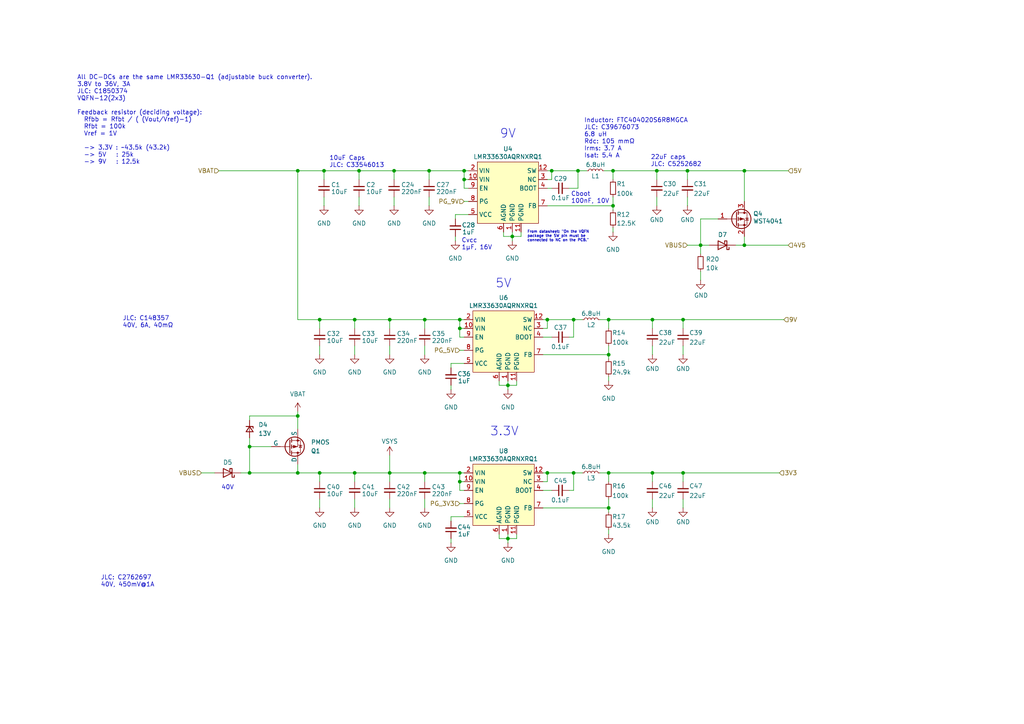
<source format=kicad_sch>
(kicad_sch (version 20231120) (generator "eeschema") (generator_version "8.0")
  (paper "A4")
  (lib_symbols
    (symbol "Device:C_Small" (pin_numbers hide) (pin_names (offset 0.254) hide)
      (property "Reference" "C" (at 0.254 1.778 0))
      (property "Value" "C_Small" (at 0.254 -2.032 0))
      (symbol "C_Small_0_1"
        (polyline (pts (xy -1.524 -0.508) (xy 1.524 -0.508)) (stroke (width 0.3302)))
        (polyline (pts (xy -1.524 0.508) (xy 1.524 0.508)) (stroke (width 0.3048)))
      )
      (symbol "C_Small_1_1"
        (pin passive line (at 0 2.54 270) (length 2.032) (name "~") (number "1"))
        (pin passive line (at 0 -2.54 90) (length 2.032) (name "~") (number "2"))
      )
    )
    (symbol "Device:D_Schottky" (pin_numbers hide) (pin_names (offset 1.016) hide)
      (property "Reference" "D" (at 0 2.54 0))
      (property "Value" "D_Schottky" (at 0 -2.54 0))
      (symbol "D_Schottky_0_1"
        (polyline (pts (xy 1.27 0) (xy -1.27 0)))
        (polyline (pts (xy 1.27 1.27) (xy 1.27 -1.27) (xy -1.27 0) (xy 1.27 1.27)) (stroke (width 0.254)))
        (polyline (pts (xy -1.905 0.635) (xy -1.905 1.27) (xy -1.27 1.27) (xy -1.27 -1.27) (xy -0.635 -1.27) (xy -0.635 -0.635)) (stroke (width 0.254)))
      )
      (symbol "D_Schottky_1_1"
        (pin passive line (at -3.81 0 0) (length 2.54) (name "K") (number "1"))
        (pin passive line (at 3.81 0 180) (length 2.54) (name "A") (number "2"))
      )
    )
    (symbol "Device:D_Zener_Small" (pin_numbers hide) (pin_names (offset 0.254) hide)
      (property "Reference" "D" (at 0 2.286 0))
      (property "Value" "D_Zener_Small" (at 0 -2.286 0))
      (symbol "D_Zener_Small_0_1"
        (polyline (pts (xy 0.762 0) (xy -0.762 0)))
        (polyline (pts (xy -0.254 1.016) (xy -0.762 1.016) (xy -0.762 -1.016)) (stroke (width 0.254)))
        (polyline (pts (xy 0.762 1.016) (xy -0.762 0) (xy 0.762 -1.016) (xy 0.762 1.016)) (stroke (width 0.254)))
      )
      (symbol "D_Zener_Small_1_1"
        (pin passive line (at -2.54 0 0) (length 1.778) (name "K") (number "1"))
        (pin passive line (at 2.54 0 180) (length 1.778) (name "A") (number "2"))
      )
    )
    (symbol "Device:L_Small" (pin_numbers hide) (pin_names (offset 0.254) hide)
      (property "Reference" "L" (at 0.762 1.016 0))
      (property "Value" "L_Small" (at 0.762 -1.016 0))
      (symbol "L_Small_0_1"
        (arc (start 0 -2.032) (mid 0.5058 -1.524) (end 0 -1.016))
        (arc (start 0 -1.016) (mid 0.5058 -0.508) (end 0 0))
        (arc (start 0 0) (mid 0.5058 0.508) (end 0 1.016))
        (arc (start 0 1.016) (mid 0.5058 1.524) (end 0 2.032))
      )
      (symbol "L_Small_1_1"
        (pin passive line (at 0 2.54 270) (length 0.508) (name "~") (number "1"))
        (pin passive line (at 0 -2.54 90) (length 0.508) (name "~") (number "2"))
      )
    )
    (symbol "Device:Q_PMOS_GSD" (pin_names (offset 0) hide)
      (property "Reference" "Q" (at 5.08 1.27 0))
      (property "Value" "Q_PMOS_GSD" (at 5.08 -1.27 0))
      (symbol "Q_PMOS_GSD_0_1"
        (polyline (pts (xy 0.254 0) (xy -2.54 0)))
        (polyline (pts (xy 0.254 1.905) (xy 0.254 -1.905)) (stroke (width 0.254)))
        (polyline (pts (xy 0.762 -1.27) (xy 0.762 -2.286)) (stroke (width 0.254)))
        (polyline (pts (xy 0.762 0.508) (xy 0.762 -0.508)) (stroke (width 0.254)))
        (polyline (pts (xy 0.762 2.286) (xy 0.762 1.27)) (stroke (width 0.254)))
        (polyline (pts (xy 2.54 2.54) (xy 2.54 1.778)))
        (polyline (pts (xy 2.54 -2.54) (xy 2.54 0) (xy 0.762 0)))
        (polyline (pts (xy 0.762 1.778) (xy 3.302 1.778) (xy 3.302 -1.778) (xy 0.762 -1.778)))
        (polyline (pts (xy 2.286 0) (xy 1.27 0.381) (xy 1.27 -0.381) (xy 2.286 0)) (fill (type outline)))
        (polyline (pts (xy 2.794 -0.508) (xy 2.921 -0.381) (xy 3.683 -0.381) (xy 3.81 -0.254)))
        (polyline (pts (xy 3.302 -0.381) (xy 2.921 0.254) (xy 3.683 0.254) (xy 3.302 -0.381)))
        (circle (center 1.651 0) (radius 2.794) (stroke (width 0.254)))
        (circle (center 2.54 -1.778) (radius 0.254) (fill (type outline)))
        (circle (center 2.54 1.778) (radius 0.254) (fill (type outline)))
      )
      (symbol "Q_PMOS_GSD_1_1"
        (pin input line (at -5.08 0 0) (length 2.54) (name "G") (number "1"))
        (pin passive line (at 2.54 -5.08 90) (length 2.54) (name "S") (number "2"))
        (pin passive line (at 2.54 5.08 270) (length 2.54) (name "D") (number "3"))
      )
    )
    (symbol "Device:R_Small" (pin_numbers hide) (pin_names (offset 0.254) hide)
      (property "Reference" "R" (at 0.762 0.508 0))
      (property "Value" "R_Small" (at 0.762 -1.016 0))
      (symbol "R_Small_0_1"
        (rectangle (start -0.762 1.778) (end 0.762 -1.778) (stroke (width 0.2032)))
      )
      (symbol "R_Small_1_1"
        (pin passive line (at 0 2.54 270) (length 0.762) (name "~") (number "1"))
        (pin passive line (at 0 -2.54 90) (length 0.762) (name "~") (number "2"))
      )
    )
    (symbol "Simulation_SPICE:PMOS" (pin_numbers hide) (pin_names (offset 0))
      (property "Reference" "Q" (at 5.08 1.27 0))
      (property "Value" "PMOS" (at 5.08 -1.27 0))
      (symbol "PMOS_0_1"
        (polyline (pts (xy 0.254 0) (xy -2.54 0)))
        (polyline (pts (xy 0.254 1.905) (xy 0.254 -1.905)) (stroke (width 0.254)))
        (polyline (pts (xy 0.762 -1.27) (xy 0.762 -2.286)) (stroke (width 0.254)))
        (polyline (pts (xy 0.762 0.508) (xy 0.762 -0.508)) (stroke (width 0.254)))
        (polyline (pts (xy 0.762 2.286) (xy 0.762 1.27)) (stroke (width 0.254)))
        (polyline (pts (xy 2.54 2.54) (xy 2.54 1.778)))
        (polyline (pts (xy 2.54 -2.54) (xy 2.54 0) (xy 0.762 0)))
        (polyline (pts (xy 0.762 1.778) (xy 3.302 1.778) (xy 3.302 -1.778) (xy 0.762 -1.778)))
        (polyline (pts (xy 2.286 0) (xy 1.27 0.381) (xy 1.27 -0.381) (xy 2.286 0)) (fill (type outline)))
        (polyline (pts (xy 2.794 -0.508) (xy 2.921 -0.381) (xy 3.683 -0.381) (xy 3.81 -0.254)))
        (polyline (pts (xy 3.302 -0.381) (xy 2.921 0.254) (xy 3.683 0.254) (xy 3.302 -0.381)))
        (circle (center 1.651 0) (radius 2.794) (stroke (width 0.254)))
        (circle (center 2.54 -1.778) (radius 0.254) (fill (type outline)))
        (circle (center 2.54 1.778) (radius 0.254) (fill (type outline)))
      )
      (symbol "PMOS_1_1"
        (pin passive line (at 2.54 5.08 270) (length 2.54) (name "D") (number "1"))
        (pin input line (at -5.08 0 0) (length 2.54) (name "G") (number "2"))
        (pin passive line (at 2.54 -5.08 90) (length 2.54) (name "S") (number "3"))
      )
    )
    (symbol "custom:VBAT" (power) (pin_numbers hide) (pin_names (offset 0) hide)
      (property "Value" "VBAT" (at 0 3.556 0))
      (symbol "VBAT_0_1"
        (polyline (pts (xy -0.762 1.27) (xy 0 2.54)))
        (polyline (pts (xy 0 0) (xy 0 2.54)))
        (polyline (pts (xy 0 2.54) (xy 0.762 1.27)))
      )
      (symbol "VBAT_1_1"
        (pin power_in line (at 0 0 90) (length 0) (name "~") (number "1"))
      )
    )
    (symbol "custom:VSYS" (power) (pin_numbers hide) (pin_names (offset 0) hide)
      (property "Value" "VSYS" (at 0 3.556 0))
      (symbol "VSYS_0_1"
        (polyline (pts (xy -0.762 1.27) (xy 0 2.54)))
        (polyline (pts (xy 0 0) (xy 0 2.54)))
        (polyline (pts (xy 0 2.54) (xy 0.762 1.27)))
      )
      (symbol "VSYS_1_1"
        (pin power_in line (at 0 0 90) (length 0) (name "~") (number "1"))
      )
    )
    (symbol "easyeda2kicad:LMR33630AQRNXRQ1"
      (property "Reference" "U" (at 0 13.208 0))
      (property "Value" "LMR33630AQRNXRQ1" (at -0.762 11.176 0))
      (symbol "LMR33630AQRNXRQ1_0_1"
        (rectangle (start -10.16 10.16) (end 7.62 -7.62) (fill (type background)))
        (pin unspecified line (at 0 -10.16 90) (length 2.54) (name "PGND") (number "1"))
        (pin unspecified line (at -12.7 5.08 0) (length 2.54) (name "VIN") (number "10"))
        (pin unspecified line (at 2.54 -10.16 90) (length 2.54) (name "PGND") (number "11"))
        (pin unspecified line (at 10.16 7.62 180) (length 2.54) (name "SW") (number "12"))
        (pin unspecified line (at -12.7 7.62 0) (length 2.54) (name "VIN") (number "2"))
        (pin unspecified line (at 10.16 5.08 180) (length 2.54) (name "NC") (number "3"))
        (pin unspecified line (at 10.16 2.54 180) (length 2.54) (name "BOOT") (number "4"))
        (pin unspecified line (at -12.7 -5.08 0) (length 2.54) (name "VCC") (number "5"))
        (pin unspecified line (at -2.54 -10.16 90) (length 2.54) (name "AGND") (number "6"))
        (pin unspecified line (at 10.16 -2.54 180) (length 2.54) (name "FB") (number "7"))
        (pin unspecified line (at -12.7 -1.27 0) (length 2.54) (name "PG") (number "8"))
        (pin unspecified line (at -12.7 2.54 0) (length 2.54) (name "EN") (number "9"))
      )
    )
    (symbol "power:GND" (power) (pin_numbers hide) (pin_names (offset 0) hide)
      (property "Value" "GND" (at 0 -3.81 0))
      (symbol "GND_0_1"
        (polyline (pts (xy 0 0) (xy 0 -1.27) (xy 1.27 -1.27) (xy 0 -2.54) (xy -1.27 -1.27) (xy 0 -1.27)))
      )
      (symbol "GND_1_1"
        (pin power_in line (at 0 0 270) (length 0) (name "~") (number "1"))
      )
    )
  )
  (junction (at 147.32 156.21))
  (junction (at 176.53 92.71))
  (junction (at 189.23 92.71))
  (junction (at 86.36 120.65))
  (junction (at 215.9 49.53))
  (junction (at 72.39 137.16))
  (junction (at 92.71 137.16))
  (junction (at 167.64 49.53))
  (junction (at 198.12 92.71))
  (junction (at 176.53 137.16))
  (junction (at 176.53 147.32))
  (junction (at 198.12 137.16))
  (junction (at 176.53 102.87))
  (junction (at 133.35 139.7))
  (junction (at 102.87 137.16))
  (junction (at 113.03 92.71))
  (junction (at 93.98 49.53))
  (junction (at 86.36 49.53))
  (junction (at 102.87 92.71))
  (junction (at 133.35 95.25))
  (junction (at 133.35 92.71))
  (junction (at 134.62 52.07))
  (junction (at 189.23 137.16))
  (junction (at 123.19 92.71))
  (junction (at 160.02 49.53))
  (junction (at 215.9 71.12))
  (junction (at 190.5 49.53))
  (junction (at 123.19 137.16))
  (junction (at 92.71 92.71))
  (junction (at 166.37 137.16))
  (junction (at 104.14 49.53))
  (junction (at 177.8 59.69))
  (junction (at 158.75 137.16))
  (junction (at 113.03 137.16))
  (junction (at 199.39 49.53))
  (junction (at 133.35 137.16))
  (junction (at 124.46 49.53))
  (junction (at 86.36 137.16))
  (junction (at 114.3 49.53))
  (junction (at 203.2 71.12))
  (junction (at 158.75 92.71))
  (junction (at 72.39 129.54))
  (junction (at 166.37 92.71))
  (junction (at 177.8 49.53))
  (junction (at 134.62 49.53))
  (junction (at 148.59 68.58))
  (junction (at 147.32 111.76))
  (wire (pts (xy 114.3 57.15) (xy 114.3 59.69)))
  (wire (pts (xy 133.35 142.24) (xy 133.35 139.7)))
  (wire (pts (xy 158.75 59.69) (xy 177.8 59.69)))
  (wire (pts (xy 134.62 97.79) (xy 133.35 97.79)))
  (wire (pts (xy 69.85 137.16) (xy 72.39 137.16)))
  (wire (pts (xy 215.9 49.53) (xy 215.9 58.42)))
  (wire (pts (xy 189.23 139.7) (xy 189.23 137.16)))
  (wire (pts (xy 102.87 102.87) (xy 102.87 100.33)))
  (wire (pts (xy 166.37 92.71) (xy 166.37 97.79)))
  (wire (pts (xy 102.87 139.7) (xy 102.87 137.16)))
  (wire (pts (xy 147.32 111.76) (xy 147.32 113.03)))
  (wire (pts (xy 113.03 132.08) (xy 113.03 137.16)))
  (wire (pts (xy 165.1 142.24) (xy 166.37 142.24)))
  (wire (pts (xy 130.81 106.68) (xy 130.81 105.41)))
  (wire (pts (xy 158.75 52.07) (xy 160.02 52.07)))
  (wire (pts (xy 165.1 97.79) (xy 166.37 97.79)))
  (wire (pts (xy 102.87 95.25) (xy 102.87 92.71)))
  (wire (pts (xy 198.12 137.16) (xy 226.06 137.16)))
  (wire (pts (xy 176.53 139.7) (xy 176.53 137.16)))
  (wire (pts (xy 176.53 137.16) (xy 173.99 137.16)))
  (wire (pts (xy 147.32 111.76) (xy 144.78 111.76)))
  (wire (pts (xy 198.12 102.87) (xy 198.12 100.33)))
  (wire (pts (xy 92.71 92.71) (xy 102.87 92.71)))
  (wire (pts (xy 102.87 92.71) (xy 113.03 92.71)))
  (wire (pts (xy 147.32 156.21) (xy 149.86 156.21)))
  (wire (pts (xy 158.75 139.7) (xy 158.75 137.16)))
  (wire (pts (xy 215.9 68.58) (xy 215.9 71.12)))
  (wire (pts (xy 149.86 156.21) (xy 149.86 154.94)))
  (wire (pts (xy 133.35 137.16) (xy 134.62 137.16)))
  (wire (pts (xy 123.19 100.33) (xy 123.19 102.87)))
  (wire (pts (xy 177.8 49.53) (xy 175.26 49.53)))
  (wire (pts (xy 177.8 57.15) (xy 177.8 59.69)))
  (wire (pts (xy 157.48 139.7) (xy 158.75 139.7)))
  (wire (pts (xy 198.12 147.32) (xy 198.12 144.78)))
  (wire (pts (xy 114.3 49.53) (xy 114.3 52.07)))
  (wire (pts (xy 203.2 73.66) (xy 203.2 71.12)))
  (wire (pts (xy 86.36 134.62) (xy 86.36 137.16)))
  (wire (pts (xy 86.36 92.71) (xy 92.71 92.71)))
  (wire (pts (xy 190.5 59.69) (xy 190.5 57.15)))
  (wire (pts (xy 72.39 120.65) (xy 86.36 120.65)))
  (wire (pts (xy 157.48 92.71) (xy 158.75 92.71)))
  (wire (pts (xy 123.19 137.16) (xy 123.19 139.7)))
  (wire (pts (xy 177.8 59.69) (xy 177.8 60.96)))
  (wire (pts (xy 133.35 92.71) (xy 134.62 92.71)))
  (wire (pts (xy 203.2 71.12) (xy 203.2 63.5)))
  (wire (pts (xy 72.39 129.54) (xy 72.39 127)))
  (wire (pts (xy 157.48 142.24) (xy 160.02 142.24)))
  (wire (pts (xy 113.03 137.16) (xy 123.19 137.16)))
  (wire (pts (xy 92.71 147.32) (xy 92.71 144.78)))
  (wire (pts (xy 148.59 68.58) (xy 148.59 69.85)))
  (wire (pts (xy 124.46 49.53) (xy 124.46 52.07)))
  (wire (pts (xy 132.08 63.5) (xy 132.08 62.23)))
  (wire (pts (xy 134.62 49.53) (xy 135.89 49.53)))
  (wire (pts (xy 92.71 95.25) (xy 92.71 92.71)))
  (wire (pts (xy 147.32 156.21) (xy 147.32 157.48)))
  (wire (pts (xy 189.23 95.25) (xy 189.23 92.71)))
  (wire (pts (xy 86.36 137.16) (xy 92.71 137.16)))
  (wire (pts (xy 213.36 71.12) (xy 215.9 71.12)))
  (wire (pts (xy 72.39 121.92) (xy 72.39 120.65)))
  (wire (pts (xy 148.59 68.58) (xy 151.13 68.58)))
  (wire (pts (xy 104.14 52.07) (xy 104.14 49.53)))
  (wire (pts (xy 123.19 92.71) (xy 123.19 95.25)))
  (wire (pts (xy 133.35 139.7) (xy 133.35 137.16)))
  (wire (pts (xy 170.18 49.53) (xy 167.64 49.53)))
  (wire (pts (xy 130.81 113.03) (xy 130.81 111.76)))
  (wire (pts (xy 151.13 68.58) (xy 151.13 67.31)))
  (wire (pts (xy 198.12 139.7) (xy 198.12 137.16)))
  (wire (pts (xy 102.87 147.32) (xy 102.87 144.78)))
  (wire (pts (xy 215.9 49.53) (xy 228.6 49.53)))
  (wire (pts (xy 158.75 49.53) (xy 160.02 49.53)))
  (wire (pts (xy 123.19 137.16) (xy 133.35 137.16)))
  (wire (pts (xy 124.46 49.53) (xy 134.62 49.53)))
  (wire (pts (xy 92.71 102.87) (xy 92.71 100.33)))
  (wire (pts (xy 130.81 157.48) (xy 130.81 156.21)))
  (wire (pts (xy 160.02 49.53) (xy 167.64 49.53)))
  (wire (pts (xy 177.8 66.04) (xy 177.8 67.31)))
  (wire (pts (xy 134.62 54.61) (xy 134.62 52.07)))
  (wire (pts (xy 133.35 146.05) (xy 134.62 146.05)))
  (wire (pts (xy 133.35 95.25) (xy 133.35 92.71)))
  (wire (pts (xy 148.59 68.58) (xy 146.05 68.58)))
  (wire (pts (xy 113.03 137.16) (xy 113.03 139.7)))
  (wire (pts (xy 86.36 49.53) (xy 93.98 49.53)))
  (wire (pts (xy 198.12 92.71) (xy 189.23 92.71)))
  (wire (pts (xy 176.53 144.78) (xy 176.53 147.32)))
  (wire (pts (xy 147.32 110.49) (xy 147.32 111.76)))
  (wire (pts (xy 93.98 59.69) (xy 93.98 57.15)))
  (wire (pts (xy 199.39 49.53) (xy 215.9 49.53)))
  (wire (pts (xy 167.64 49.53) (xy 167.64 54.61)))
  (wire (pts (xy 160.02 52.07) (xy 160.02 49.53)))
  (wire (pts (xy 199.39 52.07) (xy 199.39 49.53)))
  (wire (pts (xy 157.48 147.32) (xy 176.53 147.32)))
  (wire (pts (xy 189.23 102.87) (xy 189.23 100.33)))
  (wire (pts (xy 123.19 144.78) (xy 123.19 147.32)))
  (wire (pts (xy 203.2 81.28) (xy 203.2 78.74)))
  (wire (pts (xy 177.8 52.07) (xy 177.8 49.53)))
  (wire (pts (xy 133.35 139.7) (xy 134.62 139.7)))
  (wire (pts (xy 114.3 49.53) (xy 124.46 49.53)))
  (wire (pts (xy 158.75 92.71) (xy 166.37 92.71)))
  (wire (pts (xy 132.08 69.85) (xy 132.08 68.58)))
  (wire (pts (xy 134.62 52.07) (xy 135.89 52.07)))
  (wire (pts (xy 113.03 100.33) (xy 113.03 102.87)))
  (wire (pts (xy 176.53 109.22) (xy 176.53 110.49)))
  (wire (pts (xy 130.81 151.13) (xy 130.81 149.86)))
  (wire (pts (xy 135.89 54.61) (xy 134.62 54.61)))
  (wire (pts (xy 198.12 137.16) (xy 189.23 137.16)))
  (wire (pts (xy 176.53 92.71) (xy 189.23 92.71)))
  (wire (pts (xy 147.32 156.21) (xy 144.78 156.21)))
  (wire (pts (xy 133.35 97.79) (xy 133.35 95.25)))
  (wire (pts (xy 149.86 111.76) (xy 149.86 110.49)))
  (wire (pts (xy 146.05 68.58) (xy 146.05 67.31)))
  (wire (pts (xy 124.46 57.15) (xy 124.46 59.69)))
  (wire (pts (xy 113.03 144.78) (xy 113.03 147.32)))
  (wire (pts (xy 134.62 58.42) (xy 135.89 58.42)))
  (wire (pts (xy 165.1 54.61) (xy 167.64 54.61)))
  (wire (pts (xy 86.36 119.38) (xy 86.36 120.65)))
  (wire (pts (xy 63.5 49.53) (xy 86.36 49.53)))
  (wire (pts (xy 130.81 149.86) (xy 134.62 149.86)))
  (wire (pts (xy 104.14 49.53) (xy 114.3 49.53)))
  (wire (pts (xy 158.75 137.16) (xy 166.37 137.16)))
  (wire (pts (xy 93.98 49.53) (xy 104.14 49.53)))
  (wire (pts (xy 203.2 63.5) (xy 208.28 63.5)))
  (wire (pts (xy 215.9 71.12) (xy 228.6 71.12)))
  (wire (pts (xy 113.03 92.71) (xy 113.03 95.25)))
  (wire (pts (xy 176.53 137.16) (xy 189.23 137.16)))
  (wire (pts (xy 92.71 139.7) (xy 92.71 137.16)))
  (wire (pts (xy 72.39 137.16) (xy 72.39 129.54)))
  (wire (pts (xy 158.75 95.25) (xy 158.75 92.71)))
  (wire (pts (xy 176.53 100.33) (xy 176.53 102.87)))
  (wire (pts (xy 168.91 92.71) (xy 166.37 92.71)))
  (wire (pts (xy 203.2 71.12) (xy 205.74 71.12)))
  (wire (pts (xy 72.39 129.54) (xy 78.74 129.54)))
  (wire (pts (xy 198.12 92.71) (xy 227.33 92.71)))
  (wire (pts (xy 93.98 52.07) (xy 93.98 49.53)))
  (wire (pts (xy 113.03 92.71) (xy 123.19 92.71)))
  (wire (pts (xy 132.08 62.23) (xy 135.89 62.23)))
  (wire (pts (xy 168.91 137.16) (xy 166.37 137.16)))
  (wire (pts (xy 176.53 92.71) (xy 173.99 92.71)))
  (wire (pts (xy 199.39 59.69) (xy 199.39 57.15)))
  (wire (pts (xy 147.32 154.94) (xy 147.32 156.21)))
  (wire (pts (xy 92.71 137.16) (xy 102.87 137.16)))
  (wire (pts (xy 113.03 137.16) (xy 102.87 137.16)))
  (wire (pts (xy 158.75 54.61) (xy 160.02 54.61)))
  (wire (pts (xy 133.35 95.25) (xy 134.62 95.25)))
  (wire (pts (xy 176.53 102.87) (xy 176.53 104.14)))
  (wire (pts (xy 198.12 95.25) (xy 198.12 92.71)))
  (wire (pts (xy 130.81 105.41) (xy 134.62 105.41)))
  (wire (pts (xy 86.36 120.65) (xy 86.36 124.46)))
  (wire (pts (xy 148.59 67.31) (xy 148.59 68.58)))
  (wire (pts (xy 58.42 137.16) (xy 62.23 137.16)))
  (wire (pts (xy 190.5 52.07) (xy 190.5 49.53)))
  (wire (pts (xy 147.32 111.76) (xy 149.86 111.76)))
  (wire (pts (xy 176.53 95.25) (xy 176.53 92.71)))
  (wire (pts (xy 144.78 111.76) (xy 144.78 110.49)))
  (wire (pts (xy 144.78 156.21) (xy 144.78 154.94)))
  (wire (pts (xy 134.62 52.07) (xy 134.62 49.53)))
  (wire (pts (xy 72.39 137.16) (xy 86.36 137.16)))
  (wire (pts (xy 134.62 142.24) (xy 133.35 142.24)))
  (wire (pts (xy 157.48 97.79) (xy 160.02 97.79)))
  (wire (pts (xy 123.19 92.71) (xy 133.35 92.71)))
  (wire (pts (xy 157.48 95.25) (xy 158.75 95.25)))
  (wire (pts (xy 133.35 101.6) (xy 134.62 101.6)))
  (wire (pts (xy 104.14 59.69) (xy 104.14 57.15)))
  (wire (pts (xy 199.39 71.12) (xy 203.2 71.12)))
  (wire (pts (xy 166.37 137.16) (xy 166.37 142.24)))
  (wire (pts (xy 157.48 137.16) (xy 158.75 137.16)))
  (wire (pts (xy 199.39 49.53) (xy 190.5 49.53)))
  (wire (pts (xy 177.8 49.53) (xy 190.5 49.53)))
  (wire (pts (xy 176.53 147.32) (xy 176.53 148.59)))
  (wire (pts (xy 176.53 153.67) (xy 176.53 154.94)))
  (wire (pts (xy 86.36 49.53) (xy 86.36 92.71)))
  (wire (pts (xy 189.23 147.32) (xy 189.23 144.78)))
  (wire (pts (xy 157.48 102.87) (xy 176.53 102.87)))
  (text "From datasheet: \"On the VQFN\npackage the SW pin must be\nconnected to NC on the PCB.\"" (at 152.908 68.58 0) (effects (font (size 0.762 0.762)) (justify left)))
  (text "All DC-DCs are the same LMR33630-Q1 (adjustable buck converter).\n3.8V to 36V, 3A \nJLC: C1850374\nVQFN-12(2x3)\n\nFeedback resistor (deciding voltage):\n  Rfbb = Rfbt / ( (Vout/Vref)-1)\n  Rfbt = 100k\n  Vref = 1V\n\n  -> 3.3V : ~43.5k (43.2k)\n  -> 5V   : 25k\n  -> 9V   : 12.5k\n" (at 22.352 34.798 0) (effects (font (size 1.27 1.27)) (justify left)))
  (text "Cboot\n100nF, 10V" (at 165.608 57.404 0) (effects (font (size 1.27 1.27)) (justify left)))
  (text "Cvcc\n1µF, 16V" (at 133.858 70.866 0) (effects (font (size 1.27 1.27)) (justify left)))
  (text "JLC: C2762697\n40V, 450mV@1A " (at 29.21 168.656 0) (effects (font (size 1.27 1.27)) (justify left)))
  (text "JLC: C148357\n40V, 6A, 40mΩ" (at 35.56 93.472 0) (effects (font (size 1.27 1.27)) (justify left)))
  (text "40V" (at 66.04 141.478 0) (effects (font (size 1.27 1.27))))
  (text "22uF caps\nJLC: C5252682" (at 188.722 46.736 0) (effects (font (size 1.27 1.27)) (justify left)))
  (text "5V" (at 146.05 82.296 0) (effects (font (size 2.54 2.54))))
  (text "Inductor: FTC404020S6R8MGCA\nJLC: C39676073\n6.8 uH\nRdc: 105 mmΩ\nIrms: 3.7 A\nIsat: 5.4 A" (at 169.418 40.132 0) (effects (font (size 1.27 1.27)) (justify left)))
  (text "3.3V" (at 146.304 125.222 0) (effects (font (size 2.54 2.54))))
  (text "10uF Caps\nJLC: C33546013" (at 95.504 46.99 0) (effects (font (size 1.27 1.27)) (justify left)))
  (text "9V" (at 147.32 38.862 0) (effects (font (size 2.54 2.54))))
  (hierarchical_label "VBUS" (shape input) (at 58.42 137.16 180))
  (hierarchical_label "PG_5V" (shape input) (at 133.35 101.6 180))
  (hierarchical_label "PG_9V" (shape input) (at 134.62 58.42 180))
  (hierarchical_label "3V3" (shape input) (at 226.06 137.16 0))
  (hierarchical_label "9V" (shape input) (at 227.33 92.71 0))
  (hierarchical_label "5V" (shape input) (at 228.6 49.53 0))
  (hierarchical_label "PG_3V3" (shape input) (at 133.35 146.05 180))
  (hierarchical_label "VBAT" (shape input) (at 63.5 49.53 180))
  (hierarchical_label "4V5" (shape input) (at 228.6 71.12 0))
  (hierarchical_label "VBUS" (shape input) (at 199.39 71.12 180))
  (symbol (lib_id "power:GND") (at 177.8 67.31 0) (unit 1)
    (property "Reference" "#PWR053" (effects (hide yes)))
    (property "Value" "GND" (at 177.8 72.39 0))
    (property "Description" "Power symbol creates a global label with name \"GND\" , ground" (effects (hide yes)))
  )
  (symbol (lib_id "Device:R_Small") (at 177.8 54.61 0) (unit 1)
    (property "Reference" "R1" (at 178.816 53.34 0) (effects (justify left)))
    (property "Value" "100k" (at 178.816 56.134 0) (effects (justify left)))
    (property "Footprint" "custom:R_0402_1005Metric_NoSilk" (effects (hide yes)))
    (property "Description" "Resistor, small symbol" (effects (hide yes)))
  )
  (symbol (lib_id "Device:C_Small") (at 189.23 97.79 0) (unit 1)
    (property "Reference" "C38" (at 191.008 96.52 0) (effects (justify left)))
    (property "Value" "22uF" (at 191.008 99.314 0) (effects (justify left)))
    (property "Footprint" "Capacitor_SMD:C_1206_3216Metric" (effects (hide yes)))
    (property "Description" "Unpolarized capacitor, small symbol" (effects (hide yes)))
  )
  (symbol (lib_id "power:GND") (at 203.2 81.28 0) (unit 1)
    (property "Reference" "#PWR095" (effects (hide yes)))
    (property "Value" "GND" (at 203.327 85.6742 0))
  )
  (symbol (lib_id "Device:C_Small") (at 104.14 54.61 0) (unit 1)
    (property "Reference" "C2" (at 106.172 53.594 0) (effects (justify left)))
    (property "Value" "10uF" (at 106.172 55.626 0) (effects (justify left)))
    (property "Footprint" "Capacitor_SMD:C_1206_3216Metric" (effects (hide yes)))
    (property "Description" "Unpolarized capacitor, small symbol" (effects (hide yes)))
  )
  (symbol (lib_id "power:GND") (at 130.81 157.48 0) (unit 1)
    (property "Reference" "#PWR085" (effects (hide yes)))
    (property "Value" "GND" (at 130.81 162.56 0))
    (property "Description" "Power symbol creates a global label with name \"GND\" , ground" (effects (hide yes)))
  )
  (symbol (lib_id "Device:R_Small") (at 176.53 106.68 0) (unit 1)
    (property "Reference" "R15" (at 177.546 105.41 0) (effects (justify left)))
    (property "Value" "24.9k" (at 177.546 107.95 0) (effects (justify left)))
    (property "Footprint" "custom:R_0402_1005Metric_NoSilk" (effects (hide yes)))
    (property "Description" "Resistor, small symbol" (effects (hide yes)))
  )
  (symbol (lib_id "power:GND") (at 102.87 102.87 0) (unit 1)
    (property "Reference" "#PWR055" (effects (hide yes)))
    (property "Value" "GND" (at 102.87 107.95 0))
    (property "Description" "Power symbol creates a global label with name \"GND\" , ground" (effects (hide yes)))
  )
  (symbol (lib_id "power:GND") (at 189.23 147.32 0) (unit 1)
    (property "Reference" "#PWR088" (effects (hide yes)))
    (property "Value" "GND" (at 189.23 151.384 0))
    (property "Description" "Power symbol creates a global label with name \"GND\" , ground" (effects (hide yes)))
  )
  (symbol (lib_id "Device:Q_PMOS_GSD") (at 213.36 63.5 0) (unit 1)
    (property "Reference" "Q4" (at 218.44 61.976 0) (effects (justify left)))
    (property "Value" "WST4041" (at 218.44 64.135 0) (effects (justify left)))
    (property "Footprint" "Package_TO_SOT_SMD:SOT-23" (effects (hide yes)))
    (property "Datasheet" "https://www.lcsc.com/datasheet/lcsc_datasheet_2311241453_Shikues-SK2301AAT_C5334586.pdf" (effects (hide yes)))
    (property "LCSC Part" "C148357" (effects (hide yes)))
  )
  (symbol (lib_id "power:GND") (at 93.98 59.69 0) (unit 1)
    (property "Reference" "#PWR047" (effects (hide yes)))
    (property "Value" "GND" (at 93.98 64.77 0))
    (property "Description" "Power symbol creates a global label with name \"GND\" , ground" (effects (hide yes)))
  )
  (symbol (lib_id "Device:C_Small") (at 190.5 54.61 0) (unit 1)
    (property "Reference" "C30" (at 192.278 53.34 0) (effects (justify left)))
    (property "Value" "22uF" (at 192.278 56.134 0) (effects (justify left)))
    (property "Footprint" "Capacitor_SMD:C_1206_3216Metric" (effects (hide yes)))
    (property "Description" "Unpolarized capacitor, small symbol" (effects (hide yes)))
  )
  (symbol (lib_id "Device:C_Small") (at 130.81 153.67 180) (unit 1)
    (property "Reference" "C44" (at 134.62 152.908 0))
    (property "Value" "1uF" (at 134.62 154.94 0))
    (property "Footprint" "custom:C_0402_1005Metric_NoSilk" (effects (hide yes)))
    (property "Description" "Unpolarized capacitor, small symbol" (effects (hide yes)))
  )
  (symbol (lib_id "Device:C_Small") (at 92.71 142.24 0) (unit 1)
    (property "Reference" "C40" (at 94.742 141.224 0) (effects (justify left)))
    (property "Value" "10uF" (at 94.742 143.256 0) (effects (justify left)))
    (property "Footprint" "Capacitor_SMD:C_1206_3216Metric" (effects (hide yes)))
    (property "Description" "Unpolarized capacitor, small symbol" (effects (hide yes)))
  )
  (symbol (lib_id "Device:L_Small") (at 171.45 137.16 90) (unit 1)
    (property "Reference" "L3" (at 171.45 138.684 90))
    (property "Value" "6.8uH" (at 171.45 135.382 90))
    (property "Footprint" "easyeda2kicad:IND-SMD_L4.1-W4.1_ASFPIG4020" (effects (hide yes)))
    (property "Description" "Inductor, small symbol" (effects (hide yes)))
    (property "LCSC Part" "C39676073" (effects (hide yes)))
  )
  (symbol (lib_id "Device:C_Small") (at 123.19 97.79 0) (unit 1)
    (property "Reference" "C35" (at 125.222 96.774 0) (effects (justify left)))
    (property "Value" "220nF" (at 125.222 98.806 0) (effects (justify left)))
    (property "Footprint" "custom:C_0402_1005Metric_NoSilk" (effects (hide yes)))
    (property "Description" "Unpolarized capacitor, small symbol" (effects (hide yes)))
  )
  (symbol (lib_id "custom:VBAT") (at 86.36 119.38 0) (unit 1)
    (property "Reference" "#PWR022" (effects (hide yes)))
    (property "Value" "VBAT" (at 86.36 114.3 0))
    (property "Description" "Power symbol creates a global label with name \"VBAT\"" (effects (hide yes)))
  )
  (symbol (lib_id "power:GND") (at 92.71 102.87 0) (unit 1)
    (property "Reference" "#PWR046" (effects (hide yes)))
    (property "Value" "GND" (at 92.71 107.95 0))
    (property "Description" "Power symbol creates a global label with name \"GND\" , ground" (effects (hide yes)))
  )
  (symbol (lib_id "Device:C_Small") (at 132.08 66.04 180) (unit 1)
    (property "Reference" "C28" (at 135.89 65.278 0))
    (property "Value" "1uF" (at 135.89 67.31 0))
    (property "Footprint" "custom:C_0402_1005Metric_NoSilk" (effects (hide yes)))
    (property "Description" "Unpolarized capacitor, small symbol" (effects (hide yes)))
  )
  (symbol (lib_id "power:GND") (at 104.14 59.69 0) (unit 1)
    (property "Reference" "#PWR048" (effects (hide yes)))
    (property "Value" "GND" (at 104.14 64.77 0))
    (property "Description" "Power symbol creates a global label with name \"GND\" , ground" (effects (hide yes)))
  )
  (symbol (lib_id "power:GND") (at 147.32 157.48 0) (unit 1)
    (property "Reference" "#PWR086" (effects (hide yes)))
    (property "Value" "GND" (at 147.32 162.56 0))
    (property "Description" "Power symbol creates a global label with name \"GND\" , ground" (effects (hide yes)))
  )
  (symbol (lib_id "Device:R_Small") (at 203.2 76.2 0) (unit 1)
    (property "Reference" "R20" (at 204.724 75.184 0) (effects (justify left)))
    (property "Value" "10k" (at 204.724 77.724 0) (effects (justify left)))
    (property "Footprint" "custom:R_0402_1005Metric_NoSilk" (effects (hide yes)))
    (property "Description" "Resistor, small symbol" (effects (hide yes)))
  )
  (symbol (lib_id "power:GND") (at 198.12 147.32 0) (unit 1)
    (property "Reference" "#PWR089" (effects (hide yes)))
    (property "Value" "GND" (at 198.12 151.384 0))
    (property "Description" "Power symbol creates a global label with name \"GND\" , ground" (effects (hide yes)))
  )
  (symbol (lib_id "Device:C_Small") (at 189.23 142.24 0) (unit 1)
    (property "Reference" "C46" (at 191.008 140.97 0) (effects (justify left)))
    (property "Value" "22uF" (at 191.008 143.764 0) (effects (justify left)))
    (property "Footprint" "Capacitor_SMD:C_1206_3216Metric" (effects (hide yes)))
    (property "Description" "Unpolarized capacitor, small symbol" (effects (hide yes)))
  )
  (symbol (lib_id "Device:C_Small") (at 130.81 109.22 180) (unit 1)
    (property "Reference" "C36" (at 134.62 108.458 0))
    (property "Value" "1uF" (at 134.62 110.49 0))
    (property "Footprint" "custom:C_0402_1005Metric_NoSilk" (effects (hide yes)))
    (property "Description" "Unpolarized capacitor, small symbol" (effects (hide yes)))
  )
  (symbol (lib_id "Device:R_Small") (at 176.53 142.24 0) (unit 1)
    (property "Reference" "R16" (at 177.546 140.97 0) (effects (justify left)))
    (property "Value" "100k" (at 177.546 143.764 0) (effects (justify left)))
    (property "Footprint" "custom:R_0402_1005Metric_NoSilk" (effects (hide yes)))
    (property "Description" "Resistor, small symbol" (effects (hide yes)))
  )
  (symbol (lib_id "Device:C_Small") (at 198.12 97.79 0) (unit 1)
    (property "Reference" "C39" (at 199.898 96.52 0) (effects (justify left)))
    (property "Value" "22uF" (at 199.898 99.314 0) (effects (justify left)))
    (property "Footprint" "Capacitor_SMD:C_1206_3216Metric" (effects (hide yes)))
    (property "Description" "Unpolarized capacitor, small symbol" (effects (hide yes)))
  )
  (symbol (lib_id "power:GND") (at 114.3 59.69 0) (unit 1)
    (property "Reference" "#PWR049" (effects (hide yes)))
    (property "Value" "GND" (at 114.3 64.77 0))
    (property "Description" "Power symbol creates a global label with name \"GND\" , ground" (effects (hide yes)))
  )
  (symbol (lib_id "Device:C_Small") (at 198.12 142.24 0) (unit 1)
    (property "Reference" "C47" (at 199.898 140.97 0) (effects (justify left)))
    (property "Value" "22uF" (at 199.898 143.764 0) (effects (justify left)))
    (property "Footprint" "Capacitor_SMD:C_1206_3216Metric" (effects (hide yes)))
    (property "Description" "Unpolarized capacitor, small symbol" (effects (hide yes)))
  )
  (symbol (lib_id "Device:C_Small") (at 162.56 54.61 90) (unit 1)
    (property "Reference" "C29" (at 162.56 51.816 90))
    (property "Value" "0.1uF" (at 162.56 57.404 90))
    (property "Footprint" "custom:C_0402_1005Metric_NoSilk" (effects (hide yes)))
    (property "Description" "Unpolarized capacitor, small symbol" (effects (hide yes)))
  )
  (symbol (lib_id "Device:R_Small") (at 176.53 97.79 0) (unit 1)
    (property "Reference" "R14" (at 177.546 96.52 0) (effects (justify left)))
    (property "Value" "100k" (at 177.546 99.314 0) (effects (justify left)))
    (property "Footprint" "custom:R_0402_1005Metric_NoSilk" (effects (hide yes)))
    (property "Description" "Resistor, small symbol" (effects (hide yes)))
  )
  (symbol (lib_id "power:GND") (at 113.03 102.87 0) (unit 1)
    (property "Reference" "#PWR057" (effects (hide yes)))
    (property "Value" "GND" (at 113.03 107.95 0))
    (property "Description" "Power symbol creates a global label with name \"GND\" , ground" (effects (hide yes)))
  )
  (symbol (lib_id "Device:C_Small") (at 124.46 54.61 0) (unit 1)
    (property "Reference" "C27" (at 126.492 53.594 0) (effects (justify left)))
    (property "Value" "220nF" (at 126.492 55.626 0) (effects (justify left)))
    (property "Footprint" "custom:C_0402_1005Metric_NoSilk" (effects (hide yes)))
    (property "Description" "Unpolarized capacitor, small symbol" (effects (hide yes)))
  )
  (symbol (lib_id "power:GND") (at 190.5 59.69 0) (unit 1)
    (property "Reference" "#PWR054" (effects (hide yes)))
    (property "Value" "GND" (at 190.5 63.754 0))
    (property "Description" "Power symbol creates a global label with name \"GND\" , ground" (effects (hide yes)))
  )
  (symbol (lib_id "Device:L_Small") (at 172.72 49.53 90) (unit 1)
    (property "Reference" "L1" (at 172.72 51.054 90))
    (property "Value" "6.8uH" (at 172.72 47.752 90))
    (property "Footprint" "easyeda2kicad:IND-SMD_L4.1-W4.1_ASFPIG4020" (effects (hide yes)))
    (property "Description" "Inductor, small symbol" (effects (hide yes)))
    (property "LCSC Part" "C39676073" (effects (hide yes)))
  )
  (symbol (lib_id "Device:C_Small") (at 92.71 97.79 0) (unit 1)
    (property "Reference" "C32" (at 94.742 96.774 0) (effects (justify left)))
    (property "Value" "10uF" (at 94.742 98.806 0) (effects (justify left)))
    (property "Footprint" "Capacitor_SMD:C_1206_3216Metric" (effects (hide yes)))
    (property "Description" "Unpolarized capacitor, small symbol" (effects (hide yes)))
  )
  (symbol (lib_id "power:GND") (at 147.32 113.03 0) (unit 1)
    (property "Reference" "#PWR060" (effects (hide yes)))
    (property "Value" "GND" (at 147.32 118.11 0))
    (property "Description" "Power symbol creates a global label with name \"GND\" , ground" (effects (hide yes)))
  )
  (symbol (lib_id "Device:D_Schottky") (at 209.55 71.12 180) (unit 1)
    (property "Reference" "D7" (at 209.55 68.072 0))
    (property "Value" "D_Schottky" (effects (hide yes)))
    (property "Footprint" "Diode_SMD:D_SOD-323" (effects (hide yes)))
    (property "Datasheet" "https://wmsc.lcsc.com/wmsc/upload/file/pdf/v2/lcsc/2106062005_TOSHIBA-CUS10S40-H3F_C2762697.pdf" (effects (hide yes)))
    (property "LCSC Part" "C2762697" (effects (hide yes)))
  )
  (symbol (lib_id "power:GND") (at 132.08 69.85 0) (unit 1)
    (property "Reference" "#PWR051" (effects (hide yes)))
    (property "Value" "GND" (at 132.08 74.93 0))
    (property "Description" "Power symbol creates a global label with name \"GND\" , ground" (effects (hide yes)))
  )
  (symbol (lib_id "Device:C_Small") (at 114.3 54.61 0) (unit 1)
    (property "Reference" "C24" (at 116.332 53.594 0) (effects (justify left)))
    (property "Value" "220nF" (at 116.332 55.626 0) (effects (justify left)))
    (property "Footprint" "custom:C_0402_1005Metric_NoSilk" (effects (hide yes)))
    (property "Description" "Unpolarized capacitor, small symbol" (effects (hide yes)))
  )
  (symbol (lib_id "easyeda2kicad:LMR33630AQRNXRQ1") (at 148.59 57.15 0) (unit 1)
    (property "Reference" "U4" (at 147.32 43.18 0))
    (property "Value" "LMR33630AQRNXRQ1" (at 147.32 45.466 0))
    (property "Footprint" "easyeda2kicad:VQFN-12_L3.0-W2.0-P0.65-BL_TI_RNX" (effects (hide yes)))
    (property "Datasheet" "https://www.ti.com/lit/ds/symlink/lmr33630-q1.pdf" (effects (hide yes)))
    (property "LCSC Part" "C1850374" (effects (hide yes)))
  )
  (symbol (lib_id "Device:C_Small") (at 199.39 54.61 0) (unit 1)
    (property "Reference" "C31" (at 201.168 53.34 0) (effects (justify left)))
    (property "Value" "22uF" (at 201.168 56.134 0) (effects (justify left)))
    (property "Footprint" "Capacitor_SMD:C_1206_3216Metric" (effects (hide yes)))
    (property "Description" "Unpolarized capacitor, small symbol" (effects (hide yes)))
  )
  (symbol (lib_id "Device:C_Small") (at 123.19 142.24 0) (unit 1)
    (property "Reference" "C43" (at 125.222 141.224 0) (effects (justify left)))
    (property "Value" "220nF" (at 125.222 143.256 0) (effects (justify left)))
    (property "Footprint" "custom:C_0402_1005Metric_NoSilk" (effects (hide yes)))
    (property "Description" "Unpolarized capacitor, small symbol" (effects (hide yes)))
  )
  (symbol (lib_id "Device:C_Small") (at 93.98 54.61 0) (unit 1)
    (property "Reference" "C1" (at 96.012 53.594 0) (effects (justify left)))
    (property "Value" "10uF" (at 96.012 55.626 0) (effects (justify left)))
    (property "Footprint" "Capacitor_SMD:C_1206_3216Metric" (effects (hide yes)))
    (property "Description" "Unpolarized capacitor, small symbol" (effects (hide yes)))
  )
  (symbol (lib_id "Simulation_SPICE:PMOS") (at 83.82 129.54 0) (mirror x) (unit 1)
    (property "Reference" "Q1" (at 90.17 130.8101 0) (effects (justify left)))
    (property "Value" "PMOS" (at 90.17 128.2701 0) (effects (justify left)))
    (property "Datasheet" "https://ngspice.sourceforge.io/docs/ngspice-html-manual/manual.xhtml#cha_MOSFETs" (effects (hide yes)))
    (property "Description" "P-MOSFET transistor, drain/source/gate" (effects (hide yes)))
    (property "Sim.Device" "PMOS" (effects (hide yes)))
    (property "Sim.Type" "VDMOS" (effects (hide yes)))
    (property "Sim.Pins" "1=D 2=G 3=S" (effects (hide yes)))
  )
  (symbol (lib_id "Device:D_Zener_Small") (at 72.39 124.46 270) (unit 1)
    (property "Reference" "D4" (at 74.93 123.1899 90) (effects (justify left)))
    (property "Value" "13V" (at 74.93 125.7299 90) (effects (justify left)))
    (property "Description" "Zener diode, small symbol" (effects (hide yes)))
  )
  (symbol (lib_id "Device:C_Small") (at 162.56 142.24 90) (unit 1)
    (property "Reference" "C45" (at 162.56 139.446 90))
    (property "Value" "0.1uF" (at 162.56 145.034 90))
    (property "Footprint" "custom:C_0402_1005Metric_NoSilk" (effects (hide yes)))
    (property "Description" "Unpolarized capacitor, small symbol" (effects (hide yes)))
  )
  (symbol (lib_id "Device:C_Small") (at 162.56 97.79 90) (unit 1)
    (property "Reference" "C37" (at 162.56 94.996 90))
    (property "Value" "0.1uF" (at 162.56 100.584 90))
    (property "Footprint" "custom:C_0402_1005Metric_NoSilk" (effects (hide yes)))
    (property "Description" "Unpolarized capacitor, small symbol" (effects (hide yes)))
  )
  (symbol (lib_id "Device:C_Small") (at 113.03 97.79 0) (unit 1)
    (property "Reference" "C34" (at 115.062 96.774 0) (effects (justify left)))
    (property "Value" "220nF" (at 115.062 98.806 0) (effects (justify left)))
    (property "Footprint" "custom:C_0402_1005Metric_NoSilk" (effects (hide yes)))
    (property "Description" "Unpolarized capacitor, small symbol" (effects (hide yes)))
  )
  (symbol (lib_id "power:GND") (at 92.71 147.32 0) (unit 1)
    (property "Reference" "#PWR064" (effects (hide yes)))
    (property "Value" "GND" (at 92.71 152.4 0))
    (property "Description" "Power symbol creates a global label with name \"GND\" , ground" (effects (hide yes)))
  )
  (symbol (lib_id "power:GND") (at 189.23 102.87 0) (unit 1)
    (property "Reference" "#PWR062" (effects (hide yes)))
    (property "Value" "GND" (at 189.23 106.934 0))
    (property "Description" "Power symbol creates a global label with name \"GND\" , ground" (effects (hide yes)))
  )
  (symbol (lib_id "Device:C_Small") (at 102.87 142.24 0) (unit 1)
    (property "Reference" "C41" (at 104.902 141.224 0) (effects (justify left)))
    (property "Value" "10uF" (at 104.902 143.256 0) (effects (justify left)))
    (property "Footprint" "Capacitor_SMD:C_1206_3216Metric" (effects (hide yes)))
    (property "Description" "Unpolarized capacitor, small symbol" (effects (hide yes)))
  )
  (symbol (lib_id "power:GND") (at 148.59 69.85 0) (unit 1)
    (property "Reference" "#PWR052" (effects (hide yes)))
    (property "Value" "GND" (at 148.59 74.93 0))
    (property "Description" "Power symbol creates a global label with name \"GND\" , ground" (effects (hide yes)))
  )
  (symbol (lib_id "Device:C_Small") (at 113.03 142.24 0) (unit 1)
    (property "Reference" "C42" (at 115.062 141.224 0) (effects (justify left)))
    (property "Value" "220nF" (at 115.062 143.256 0) (effects (justify left)))
    (property "Footprint" "custom:C_0402_1005Metric_NoSilk" (effects (hide yes)))
    (property "Description" "Unpolarized capacitor, small symbol" (effects (hide yes)))
  )
  (symbol (lib_id "power:GND") (at 102.87 147.32 0) (unit 1)
    (property "Reference" "#PWR076" (effects (hide yes)))
    (property "Value" "GND" (at 102.87 152.4 0))
    (property "Description" "Power symbol creates a global label with name \"GND\" , ground" (effects (hide yes)))
  )
  (symbol (lib_id "power:GND") (at 124.46 59.69 0) (unit 1)
    (property "Reference" "#PWR050" (effects (hide yes)))
    (property "Value" "GND" (at 124.46 64.77 0))
    (property "Description" "Power symbol creates a global label with name \"GND\" , ground" (effects (hide yes)))
  )
  (symbol (lib_id "Device:R_Small") (at 177.8 63.5 0) (unit 1)
    (property "Reference" "R12" (at 178.816 62.23 0) (effects (justify left)))
    (property "Value" "12.5K" (at 178.816 64.77 0) (effects (justify left)))
    (property "Footprint" "custom:R_0402_1005Metric_NoSilk" (effects (hide yes)))
    (property "Description" "Resistor, small symbol" (effects (hide yes)))
  )
  (symbol (lib_id "power:GND") (at 113.03 147.32 0) (unit 1)
    (property "Reference" "#PWR083" (effects (hide yes)))
    (property "Value" "GND" (at 113.03 152.4 0))
    (property "Description" "Power symbol creates a global label with name \"GND\" , ground" (effects (hide yes)))
  )
  (symbol (lib_id "power:GND") (at 123.19 102.87 0) (unit 1)
    (property "Reference" "#PWR058" (effects (hide yes)))
    (property "Value" "GND" (at 123.19 107.95 0))
    (property "Description" "Power symbol creates a global label with name \"GND\" , ground" (effects (hide yes)))
  )
  (symbol (lib_id "easyeda2kicad:LMR33630AQRNXRQ1") (at 147.32 144.78 0) (unit 1)
    (property "Reference" "U8" (at 146.05 130.81 0))
    (property "Value" "LMR33630AQRNXRQ1" (at 146.05 133.096 0))
    (property "Footprint" "easyeda2kicad:VQFN-12_L3.0-W2.0-P0.65-BL_TI_RNX" (effects (hide yes)))
    (property "Datasheet" "https://www.ti.com/lit/ds/symlink/lmr33630-q1.pdf" (effects (hide yes)))
    (property "LCSC Part" "C1850374" (effects (hide yes)))
  )
  (symbol (lib_id "custom:VSYS") (at 113.03 132.08 0) (unit 1)
    (property "Reference" "#PWR096" (effects (hide yes)))
    (property "Value" "VSYS" (at 113.03 128.016 0))
    (property "Description" "Power symbol creates a global label with name \"VSYS\"" (effects (hide yes)))
  )
  (symbol (lib_id "Device:R_Small") (at 176.53 151.13 0) (unit 1)
    (property "Reference" "R17" (at 177.546 149.86 0) (effects (justify left)))
    (property "Value" "43.5k" (at 177.546 152.4 0) (effects (justify left)))
    (property "Footprint" "custom:R_0402_1005Metric_NoSilk" (effects (hide yes)))
    (property "Description" "Resistor, small symbol" (effects (hide yes)))
  )
  (symbol (lib_id "power:GND") (at 199.39 59.69 0) (unit 1)
    (property "Reference" "#PWR056" (effects (hide yes)))
    (property "Value" "GND" (at 199.39 63.754 0))
    (property "Description" "Power symbol creates a global label with name \"GND\" , ground" (effects (hide yes)))
  )
  (symbol (lib_id "Device:D_Schottky") (at 66.04 137.16 180) (unit 1)
    (property "Reference" "D5" (at 66.04 134.112 0))
    (property "Value" "D_Schottky" (effects (hide yes)))
    (property "Footprint" "Diode_SMD:D_SOD-323" (effects (hide yes)))
    (property "Datasheet" "https://wmsc.lcsc.com/wmsc/upload/file/pdf/v2/lcsc/2106062005_TOSHIBA-CUS10S40-H3F_C2762697.pdf" (effects (hide yes)))
    (property "LCSC Part" "C2762697" (effects (hide yes)))
  )
  (symbol (lib_id "power:GND") (at 198.12 102.87 0) (unit 1)
    (property "Reference" "#PWR063" (effects (hide yes)))
    (property "Value" "GND" (at 198.12 106.934 0))
    (property "Description" "Power symbol creates a global label with name \"GND\" , ground" (effects (hide yes)))
  )
  (symbol (lib_id "Device:L_Small") (at 171.45 92.71 90) (unit 1)
    (property "Reference" "L2" (at 171.45 94.234 90))
    (property "Value" "6.8uH" (at 171.45 90.932 90))
    (property "Footprint" "easyeda2kicad:IND-SMD_L4.1-W4.1_ASFPIG4020" (effects (hide yes)))
    (property "Description" "Inductor, small symbol" (effects (hide yes)))
    (property "LCSC Part" "C39676073" (effects (hide yes)))
  )
  (symbol (lib_id "power:GND") (at 130.81 113.03 0) (unit 1)
    (property "Reference" "#PWR059" (effects (hide yes)))
    (property "Value" "GND" (at 130.81 118.11 0))
    (property "Description" "Power symbol creates a global label with name \"GND\" , ground" (effects (hide yes)))
  )
  (symbol (lib_id "easyeda2kicad:LMR33630AQRNXRQ1") (at 147.32 100.33 0) (unit 1)
    (property "Reference" "U6" (at 146.05 86.36 0))
    (property "Value" "LMR33630AQRNXRQ1" (at 146.05 88.646 0))
    (property "Footprint" "easyeda2kicad:VQFN-12_L3.0-W2.0-P0.65-BL_TI_RNX" (effects (hide yes)))
    (property "Datasheet" "https://www.ti.com/lit/ds/symlink/lmr33630-q1.pdf" (effects (hide yes)))
    (property "LCSC Part" "C1850374" (effects (hide yes)))
  )
  (symbol (lib_id "power:GND") (at 176.53 110.49 0) (unit 1)
    (property "Reference" "#PWR061" (effects (hide yes)))
    (property "Value" "GND" (at 176.53 115.57 0))
    (property "Description" "Power symbol creates a global label with name \"GND\" , ground" (effects (hide yes)))
  )
  (symbol (lib_id "Device:C_Small") (at 102.87 97.79 0) (unit 1)
    (property "Reference" "C33" (at 104.902 96.774 0) (effects (justify left)))
    (property "Value" "10uF" (at 104.902 98.806 0) (effects (justify left)))
    (property "Footprint" "Capacitor_SMD:C_1206_3216Metric" (effects (hide yes)))
    (property "Description" "Unpolarized capacitor, small symbol" (effects (hide yes)))
  )
  (symbol (lib_id "power:GND") (at 176.53 154.94 0) (unit 1)
    (property "Reference" "#PWR087" (effects (hide yes)))
    (property "Value" "GND" (at 176.53 160.02 0))
    (property "Description" "Power symbol creates a global label with name \"GND\" , ground" (effects (hide yes)))
  )
  (symbol (lib_id "power:GND") (at 123.19 147.32 0) (unit 1)
    (property "Reference" "#PWR084" (effects (hide yes)))
    (property "Value" "GND" (at 123.19 152.4 0))
    (property "Description" "Power symbol creates a global label with name \"GND\" , ground" (effects (hide yes)))
  )
)
</source>
